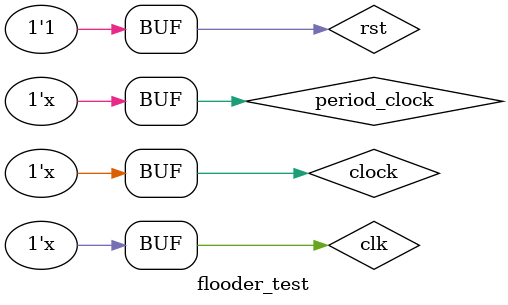
<source format=v>
`timescale 1ns/1ps
module flooder_test();
    parameter half_clock = (1_000_000_000/(27*1000000))/2;
    parameter half_period = (1_000_000_000/115200)/2;
    reg clock;
    wire clk;
    assign clk = clock;
    wire rst;
    assign rst = 1;
    wire tx, rx;
    reg period_clock;
    always begin
        #half_period
        period_clock = ~period_clock;
    end
    always begin
        #half_clock
        clock = ~clock;
    end
    wire avail;
    wire[7:0] data_out;
    flooder flod(.rx(rx), .tx(tx), .clk(clk), .rst(rst));
    rx_module rxm(.rx(tx), .clock(clk), .rst(rst), .data(data_out), .avail(avail));
    always@(posedge avail)begin
        $display("received %d", data_out);
    end

endmodule
</source>
